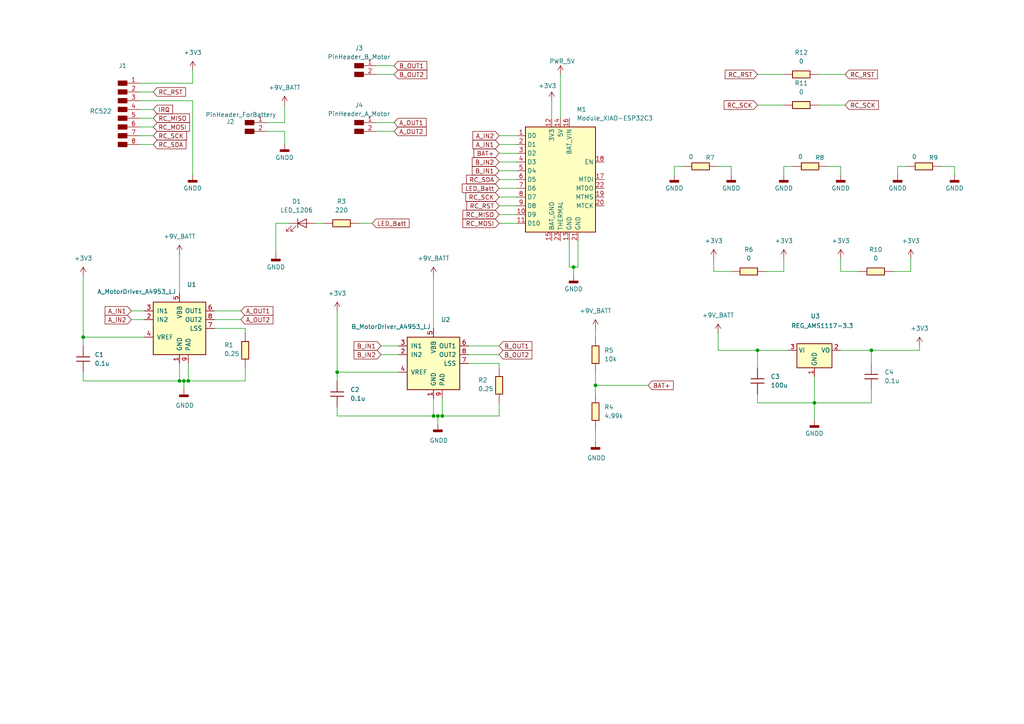
<source format=kicad_sch>
(kicad_sch (version 20250114) (generator "eeschema") (generator_version "9.0")
  (paper "A4")
  (lib_symbols
    (symbol "Driver_Motor:A4953_LJ" (pin_names (offset 1.016))
      (property "Reference" "U" (at -7.62 8.89 0))
      (property "Value" "A4953_LJ" (at 5.08 8.89 0))
      (symbol "A4953_LJ_0_1"
        (rectangle (start -7.62 7.62) (end 7.62 -7.62) (stroke (width 0.254)) (fill (type background)))
      )
      (symbol "A4953_LJ_1_1"
        (pin input line (at -10.16 5.08 0) (length 2.54) (name "IN1") (number "3"))
        (pin input line (at -10.16 2.54 0) (length 2.54) (name "IN2") (number "2"))
        (pin passive line (at -10.16 -2.54 0) (length 2.54) (name "VREF") (number "4"))
        (pin power_in line (at 0 10.16 270) (length 2.54) (name "VBB") (number "5"))
        (pin power_in line (at 0 -10.16 90) (length 2.54) (name "GND") (number "1"))
        (pin power_in line (at 2.54 -10.16 90) (length 2.54) (name "PAD") (number "9"))
        (pin power_out line (at 10.16 5.08 180) (length 2.54) (name "OUT1") (number "6"))
        (pin power_out line (at 10.16 2.54 180) (length 2.54) (name "OUT2") (number "8"))
        (pin power_in line (at 10.16 0 180) (length 2.54) (name "LSS") (number "7"))
      )
    )
    (symbol "PCM_fab:Module_XIAO-ESP32C3"
      (property "Reference" "M" (at -10.16 16.51 0))
      (property "Value" "Module_XIAO-ESP32C3" (at 3.81 16.51 0))
      (symbol "Module_XIAO-ESP32C3_1_1"
        (rectangle (start -10.16 15.24) (end 10.16 -15.24) (stroke (width 0.254)) (fill (type background)))
        (pin bidirectional line (at -12.7 12.7 0) (length 2.54) (name "D0") (number "1"))
        (pin bidirectional line (at -12.7 10.16 0) (length 2.54) (name "D1") (number "2"))
        (pin bidirectional line (at -12.7 7.62 0) (length 2.54) (name "D2") (number "3"))
        (pin bidirectional line (at -12.7 5.08 0) (length 2.54) (name "D3") (number "4"))
        (pin bidirectional line (at -12.7 2.54 0) (length 2.54) (name "D4") (number "5"))
        (pin bidirectional line (at -12.7 0 0) (length 2.54) (name "D5") (number "6"))
        (pin bidirectional line (at -12.7 -2.54 0) (length 2.54) (name "D6") (number "7"))
        (pin bidirectional line (at -12.7 -5.08 0) (length 2.54) (name "D7") (number "8"))
        (pin bidirectional line (at -12.7 -7.62 0) (length 2.54) (name "D8") (number "9"))
        (pin bidirectional line (at -12.7 -10.16 0) (length 2.54) (name "D9") (number "10"))
        (pin bidirectional line (at -12.7 -12.7 0) (length 2.54) (name "D10") (number "11"))
        (pin power_in line (at -2.54 17.78 270) (length 2.54) (name "3V3") (number "12"))
        (pin power_in line (at -2.54 -17.78 90) (length 2.54) (name "BAT_GND") (number "15"))
        (pin power_in line (at 0 17.78 270) (length 2.54) (name "5V") (number "14"))
        (pin power_in line (at 0 -17.78 90) (length 2.54) (name "THERMAL") (number "23"))
        (pin power_in line (at 2.54 17.78 270) (length 2.54) (name "BAT_VIN") (number "16"))
        (pin power_in line (at 2.54 -17.78 90) (length 2.54) (name "GND") (number "13"))
        (pin power_in line (at 5.08 -17.78 90) (length 2.54) (name "GND") (number "21"))
        (pin input line (at 12.7 5.08 180) (length 2.54) (name "EN") (number "18"))
        (pin input line (at 12.7 0 180) (length 2.54) (name "MTDI") (number "17"))
        (pin output line (at 12.7 -2.54 180) (length 2.54) (name "MTDO") (number "22"))
        (pin input line (at 12.7 -5.08 180) (length 2.54) (name "MTMS") (number "19"))
        (pin input line (at 12.7 -7.62 180) (length 2.54) (name "MTCK") (number "20"))
      )
    )
    (symbol "Regulator_Linear:AMS1117-3.3"
      (property "Reference" "U" (at -3.81 3.175 0))
      (property "Value" "AMS1117-3.3" (at 0 3.175 0))
      (symbol "AMS1117-3.3_0_1"
        (rectangle (start -5.08 -5.08) (end 5.08 1.905) (stroke (width 0.254)) (fill (type background)))
      )
      (symbol "AMS1117-3.3_1_1"
        (pin power_in line (at -7.62 0 0) (length 2.54) (name "VI") (number "3"))
        (pin power_in line (at 0 -7.62 90) (length 2.54) (name "GND") (number "1"))
        (pin power_out line (at 7.62 0 180) (length 2.54) (name "VO") (number "2"))
      )
    )
    (symbol "fab-kicad:C_1206" (pin_numbers (hide yes))
      (property "Reference" "C" (at 0.635 2.54 0))
      (property "Value" "C_1206" (at 0.635 -2.54 0))
      (symbol "C_1206_1_1"
        (polyline (pts (xy -1.905 0.635) (xy 1.905 0.635)) (stroke (width 0.25)))
        (polyline (pts (xy -1.905 -0.635) (xy 1.905 -0.635)) (stroke (width 0.25)))
        (pin passive line (at 0 3.81 270) (length 3.175) (name "~") (number "1"))
        (pin passive line (at 0 -3.81 90) (length 3.175) (name "~") (number "2"))
      )
    )
    (symbol "fab-kicad:LED_1206" (pin_numbers (hide yes)) (pin_names (offset 1.016) (hide yes))
      (property "Reference" "D" (at 0 2.54 0))
      (property "Value" "LED_1206" (at 0 -2.54 0))
      (symbol "LED_1206_0_1"
        (polyline (pts (xy -3.048 -0.762) (xy -4.572 -2.286) (xy -3.81 -2.286) (xy -4.572 -2.286) (xy -4.572 -1.524)))
        (polyline (pts (xy -1.778 -0.762) (xy -3.302 -2.286) (xy -2.54 -2.286) (xy -3.302 -2.286) (xy -3.302 -1.524)))
        (polyline (pts (xy -1.27 0) (xy 1.27 0)))
        (polyline (pts (xy -1.27 -1.27) (xy -1.27 1.27)) (stroke (width 0.2032)))
        (polyline (pts (xy 1.27 -1.27) (xy 1.27 1.27) (xy -1.27 0) (xy 1.27 -1.27)) (stroke (width 0.2032)))
      )
      (symbol "LED_1206_1_1"
        (pin passive line (at -3.81 0 0) (length 2.54) (name "K") (number "1"))
        (pin passive line (at 3.81 0 180) (length 2.54) (name "A") (number "2"))
      )
    )
    (symbol "fab-kicad:PWR_5V" (power) (pin_names (offset 0))
      (property "Value" "PWR_5V" (at 0 3.556 0))
      (symbol "PWR_5V_0_1"
        (polyline (pts (xy -0.762 1.27) (xy 0 2.54)))
        (polyline (pts (xy 0 2.54) (xy 0.762 1.27)))
        (polyline (pts (xy 0 0) (xy 0 2.54)))
      )
      (symbol "PWR_5V_1_1"
        (pin power_in line (at 0 0 90) (length 0) (hide yes) (name "PWR_5V") (number "1"))
      )
    )
    (symbol "fab-kicad:PinHeader_01x02_P2.54mm_Vertical_THT_D1.4mm" (pin_names (hide yes))
      (property "Reference" "J" (at 0 2.54 0))
      (property "Value" "PinHeader_01x02_P2.54mm_Vertical_THT_D1.4mm" (at 0 -5.08 0))
      (symbol "PinHeader_01x02_P2.54mm_Vertical_THT_D1.4mm_1_1"
        (rectangle (start -1.27 0.635) (end 1.27 -0.635) (stroke (width 0.254)) (fill (type outline)))
        (rectangle (start -1.27 -1.905) (end 1.27 -3.175) (stroke (width 0.254)) (fill (type outline)))
        (pin passive line (at 5.08 0 180) (length 3.81) (name "Pin_1") (number "1"))
        (pin passive line (at 5.08 -2.54 180) (length 3.81) (name "Pin_2") (number "2"))
      )
    )
    (symbol "fab-kicad:PinHeader_01x02_P2.54mm_Vertical_THT_D1mm" (pin_names (hide yes))
      (property "Reference" "J" (at 0 2.54 0))
      (property "Value" "PinHeader_01x02_P2.54mm_Vertical_THT_D1mm" (at 0 -5.08 0))
      (symbol "PinHeader_01x02_P2.54mm_Vertical_THT_D1mm_1_1"
        (rectangle (start -1.27 0.635) (end 1.27 -0.635) (stroke (width 0.254)) (fill (type outline)))
        (rectangle (start -1.27 -1.905) (end 1.27 -3.175) (stroke (width 0.254)) (fill (type outline)))
        (pin passive line (at 5.08 0 180) (length 3.81) (name "Pin_1") (number "1"))
        (pin passive line (at 5.08 -2.54 180) (length 3.81) (name "Pin_2") (number "2"))
      )
    )
    (symbol "fab-kicad:PinHeader_01x08_P2.54mm_Vertical_THT_D1.4mm" (pin_names (hide yes))
      (property "Reference" "J" (at 0 10.16 0))
      (property "Value" "PinHeader_01x08_P2.54mm_Vertical_THT_D1.4mm" (at 0 -12.7 0))
      (symbol "PinHeader_01x08_P2.54mm_Vertical_THT_D1.4mm_1_1"
        (rectangle (start -1.27 8.255) (end 1.27 6.985) (stroke (width 0.254)) (fill (type outline)))
        (rectangle (start -1.27 5.715) (end 1.27 4.445) (stroke (width 0.254)) (fill (type outline)))
        (rectangle (start -1.27 3.175) (end 1.27 1.905) (stroke (width 0.254)) (fill (type outline)))
        (rectangle (start -1.27 0.635) (end 1.27 -0.635) (stroke (width 0.254)) (fill (type outline)))
        (rectangle (start -1.27 -1.905) (end 1.27 -3.175) (stroke (width 0.254)) (fill (type outline)))
        (rectangle (start -1.27 -4.445) (end 1.27 -5.715) (stroke (width 0.254)) (fill (type outline)))
        (rectangle (start -1.27 -6.985) (end 1.27 -8.255) (stroke (width 0.254)) (fill (type outline)))
        (rectangle (start -1.27 -9.525) (end 1.27 -10.795) (stroke (width 0.254)) (fill (type outline)))
        (pin passive line (at 5.08 7.62 180) (length 3.81) (name "Pin_1") (number "1"))
        (pin passive line (at 5.08 5.08 180) (length 3.81) (name "Pin_2") (number "2"))
        (pin passive line (at 5.08 2.54 180) (length 3.81) (name "Pin_3") (number "3"))
        (pin passive line (at 5.08 0 180) (length 3.81) (name "Pin_4") (number "4"))
        (pin passive line (at 5.08 -2.54 180) (length 3.81) (name "Pin_5") (number "5"))
        (pin passive line (at 5.08 -5.08 180) (length 3.81) (name "Pin_6") (number "6"))
        (pin passive line (at 5.08 -7.62 180) (length 3.81) (name "Pin_7") (number "7"))
        (pin passive line (at 5.08 -10.16 180) (length 3.81) (name "Pin_8") (number "8"))
      )
    )
    (symbol "fab-kicad:R_1206" (pin_numbers (hide yes)) (pin_names (offset 0))
      (property "Reference" "R" (at 2.54 0 90))
      (property "Value" "R_1206" (at -2.54 0 90))
      (symbol "R_1206_0_1"
        (rectangle (start -1.016 -2.54) (end 1.016 2.54) (stroke (width 0.254)) (fill (type background)))
      )
      (symbol "R_1206_1_1"
        (pin passive line (at 0 5.08 270) (length 2.54) (name "~") (number "1"))
        (pin passive line (at 0 -5.08 90) (length 2.54) (name "~") (number "2"))
      )
    )
    (symbol "power:+3V3" (power) (pin_numbers (hide yes)) (pin_names (offset 0) (hide yes))
      (property "Value" "+3V3" (at 0 3.556 0))
      (symbol "+3V3_0_1"
        (polyline (pts (xy -0.762 1.27) (xy 0 2.54)))
        (polyline (pts (xy 0 2.54) (xy 0.762 1.27)))
        (polyline (pts (xy 0 0) (xy 0 2.54)))
      )
      (symbol "+3V3_1_1"
        (pin power_in line (at 0 0 90) (length 0) (name "~") (number "1"))
      )
    )
    (symbol "power:+9V" (power) (pin_numbers (hide yes)) (pin_names (offset 0) (hide yes))
      (property "Value" "+9V" (at 0 3.556 0))
      (symbol "+9V_0_1"
        (polyline (pts (xy -0.762 1.27) (xy 0 2.54)))
        (polyline (pts (xy 0 2.54) (xy 0.762 1.27)))
        (polyline (pts (xy 0 0) (xy 0 2.54)))
      )
      (symbol "+9V_1_1"
        (pin power_in line (at 0 0 90) (length 0) (name "~") (number "1"))
      )
    )
    (symbol "power:GNDD" (power) (pin_numbers (hide yes)) (pin_names (offset 0) (hide yes))
      (property "Value" "GNDD" (at 0 -3.175 0))
      (symbol "GNDD_0_1"
        (rectangle (start -1.27 -1.524) (end 1.27 -2.032) (stroke (width 0.254)) (fill (type outline)))
        (polyline (pts (xy 0 0) (xy 0 -1.524)))
      )
      (symbol "GNDD_1_1"
        (pin power_in line (at 0 0 270) (length 0) (name "~") (number "1"))
      )
    )
  )
  (junction (at 252.73 101.6))
  (junction (at 127 120.65))
  (junction (at 24.13 97.79))
  (junction (at 53.34 110.49))
  (junction (at 172.72 111.76))
  (junction (at 128.27 120.65))
  (junction (at 236.22 116.84))
  (junction (at 52.07 110.49))
  (junction (at 54.61 110.49))
  (junction (at 219.71 101.6))
  (junction (at 97.79 107.95))
  (junction (at 125.73 120.65))
  (junction (at 166.37 77.47))
  (wire (pts (xy 167.64 69.85) (xy 167.64 77.47)))
  (wire (pts (xy 55.88 24.13) (xy 55.88 20.32)))
  (wire (pts (xy 69.85 90.17) (xy 62.23 90.17)))
  (wire (pts (xy 195.58 48.26) (xy 195.58 50.8)))
  (wire (pts (xy 162.56 21.59) (xy 162.56 34.29)))
  (wire (pts (xy 237.49 30.48) (xy 245.11 30.48)))
  (wire (pts (xy 110.49 100.33) (xy 115.57 100.33)))
  (wire (pts (xy 144.78 64.77) (xy 149.86 64.77)))
  (wire (pts (xy 53.34 110.49) (xy 54.61 110.49)))
  (wire (pts (xy 252.73 116.84) (xy 252.73 113.03)))
  (wire (pts (xy 144.78 49.53) (xy 149.86 49.53)))
  (wire (pts (xy 144.78 46.99) (xy 149.86 46.99)))
  (wire (pts (xy 97.79 107.95) (xy 97.79 110.49)))
  (wire (pts (xy 52.07 73.66) (xy 52.07 85.09)))
  (wire (pts (xy 273.05 48.26) (xy 276.86 48.26)))
  (wire (pts (xy 40.64 34.29) (xy 44.45 34.29)))
  (wire (pts (xy 264.16 78.74) (xy 264.16 74.93)))
  (wire (pts (xy 52.07 110.49) (xy 53.34 110.49)))
  (wire (pts (xy 212.09 48.26) (xy 212.09 50.8)))
  (wire (pts (xy 144.78 44.45) (xy 149.86 44.45)))
  (wire (pts (xy 236.22 116.84) (xy 236.22 121.92)))
  (wire (pts (xy 172.72 107.95) (xy 172.72 111.76)))
  (wire (pts (xy 144.78 106.68) (xy 144.78 105.41)))
  (wire (pts (xy 227.33 48.26) (xy 229.87 48.26)))
  (wire (pts (xy 40.64 24.13) (xy 55.88 24.13)))
  (wire (pts (xy 53.34 110.49) (xy 53.34 113.03)))
  (wire (pts (xy 128.27 115.57) (xy 128.27 120.65)))
  (wire (pts (xy 219.71 101.6) (xy 219.71 106.68)))
  (wire (pts (xy 160.02 29.21) (xy 160.02 34.29)))
  (wire (pts (xy 125.73 120.65) (xy 127 120.65)))
  (wire (pts (xy 38.1 90.17) (xy 41.91 90.17)))
  (wire (pts (xy 207.01 78.74) (xy 207.01 74.93)))
  (wire (pts (xy 40.64 29.21) (xy 55.88 29.21)))
  (wire (pts (xy 127 120.65) (xy 127 123.19)))
  (wire (pts (xy 260.35 48.26) (xy 260.35 50.8)))
  (wire (pts (xy 97.79 120.65) (xy 125.73 120.65)))
  (wire (pts (xy 219.71 101.6) (xy 228.6 101.6)))
  (wire (pts (xy 128.27 120.65) (xy 144.78 120.65)))
  (wire (pts (xy 40.64 36.83) (xy 44.45 36.83)))
  (wire (pts (xy 172.72 111.76) (xy 172.72 114.3)))
  (wire (pts (xy 222.25 78.74) (xy 227.33 78.74)))
  (wire (pts (xy 80.01 73.66) (xy 80.01 64.77)))
  (wire (pts (xy 127 120.65) (xy 128.27 120.65)))
  (wire (pts (xy 219.71 116.84) (xy 219.71 114.3)))
  (wire (pts (xy 144.78 57.15) (xy 149.86 57.15)))
  (wire (pts (xy 208.28 96.52) (xy 208.28 101.6)))
  (wire (pts (xy 114.3 38.1) (xy 109.22 38.1)))
  (wire (pts (xy 219.71 30.48) (xy 227.33 30.48)))
  (wire (pts (xy 77.47 38.1) (xy 82.55 38.1)))
  (wire (pts (xy 24.13 97.79) (xy 24.13 100.33)))
  (wire (pts (xy 24.13 80.01) (xy 24.13 97.79)))
  (wire (pts (xy 219.71 116.84) (xy 236.22 116.84)))
  (wire (pts (xy 252.73 101.6) (xy 252.73 105.41)))
  (wire (pts (xy 172.72 111.76) (xy 187.96 111.76)))
  (wire (pts (xy 227.33 78.74) (xy 227.33 74.93)))
  (wire (pts (xy 166.37 77.47) (xy 167.64 77.47)))
  (wire (pts (xy 114.3 21.59) (xy 109.22 21.59)))
  (wire (pts (xy 97.79 107.95) (xy 115.57 107.95)))
  (wire (pts (xy 24.13 107.95) (xy 24.13 110.49)))
  (wire (pts (xy 144.78 59.69) (xy 149.86 59.69)))
  (wire (pts (xy 40.64 26.67) (xy 44.45 26.67)))
  (wire (pts (xy 172.72 95.25) (xy 172.72 97.79)))
  (wire (pts (xy 91.44 64.77) (xy 93.98 64.77)))
  (wire (pts (xy 172.72 124.46) (xy 172.72 128.27)))
  (wire (pts (xy 212.09 78.74) (xy 207.01 78.74)))
  (wire (pts (xy 165.1 77.47) (xy 166.37 77.47)))
  (wire (pts (xy 276.86 48.26) (xy 276.86 50.8)))
  (wire (pts (xy 144.78 105.41) (xy 135.89 105.41)))
  (wire (pts (xy 52.07 105.41) (xy 52.07 110.49)))
  (wire (pts (xy 24.13 97.79) (xy 41.91 97.79)))
  (wire (pts (xy 125.73 80.01) (xy 125.73 95.25)))
  (wire (pts (xy 208.28 101.6) (xy 219.71 101.6)))
  (wire (pts (xy 40.64 31.75) (xy 44.45 31.75)))
  (wire (pts (xy 144.78 39.37) (xy 149.86 39.37)))
  (wire (pts (xy 252.73 116.84) (xy 236.22 116.84)))
  (wire (pts (xy 259.08 78.74) (xy 264.16 78.74)))
  (wire (pts (xy 82.55 35.56) (xy 82.55 30.48)))
  (wire (pts (xy 243.84 48.26) (xy 243.84 50.8)))
  (wire (pts (xy 114.3 19.05) (xy 109.22 19.05)))
  (wire (pts (xy 144.78 41.91) (xy 149.86 41.91)))
  (wire (pts (xy 110.49 102.87) (xy 115.57 102.87)))
  (wire (pts (xy 82.55 38.1) (xy 82.55 41.91)))
  (wire (pts (xy 219.71 21.59) (xy 227.33 21.59)))
  (wire (pts (xy 227.33 48.26) (xy 227.33 50.8)))
  (wire (pts (xy 71.12 106.68) (xy 71.12 110.49)))
  (wire (pts (xy 144.78 100.33) (xy 135.89 100.33)))
  (wire (pts (xy 104.14 64.77) (xy 107.95 64.77)))
  (wire (pts (xy 236.22 109.22) (xy 236.22 116.84)))
  (wire (pts (xy 80.01 64.77) (xy 83.82 64.77)))
  (wire (pts (xy 40.64 41.91) (xy 44.45 41.91)))
  (wire (pts (xy 77.47 35.56) (xy 82.55 35.56)))
  (wire (pts (xy 195.58 48.26) (xy 198.12 48.26)))
  (wire (pts (xy 114.3 35.56) (xy 109.22 35.56)))
  (wire (pts (xy 260.35 48.26) (xy 262.89 48.26)))
  (wire (pts (xy 144.78 54.61) (xy 149.86 54.61)))
  (wire (pts (xy 71.12 95.25) (xy 62.23 95.25)))
  (wire (pts (xy 97.79 118.11) (xy 97.79 120.65)))
  (wire (pts (xy 208.28 48.26) (xy 212.09 48.26)))
  (wire (pts (xy 40.64 39.37) (xy 44.45 39.37)))
  (wire (pts (xy 252.73 101.6) (xy 266.7 101.6)))
  (wire (pts (xy 69.85 92.71) (xy 62.23 92.71)))
  (wire (pts (xy 144.78 102.87) (xy 135.89 102.87)))
  (wire (pts (xy 55.88 29.21) (xy 55.88 50.8)))
  (wire (pts (xy 71.12 96.52) (xy 71.12 95.25)))
  (wire (pts (xy 144.78 62.23) (xy 149.86 62.23)))
  (wire (pts (xy 243.84 101.6) (xy 252.73 101.6)))
  (wire (pts (xy 97.79 90.17) (xy 97.79 107.95)))
  (wire (pts (xy 165.1 69.85) (xy 165.1 77.47)))
  (wire (pts (xy 166.37 80.01) (xy 166.37 77.47)))
  (wire (pts (xy 240.03 48.26) (xy 243.84 48.26)))
  (wire (pts (xy 144.78 116.84) (xy 144.78 120.65)))
  (wire (pts (xy 144.78 52.07) (xy 149.86 52.07)))
  (wire (pts (xy 266.7 100.33) (xy 266.7 101.6)))
  (wire (pts (xy 237.49 21.59) (xy 245.11 21.59)))
  (wire (pts (xy 38.1 92.71) (xy 41.91 92.71)))
  (wire (pts (xy 54.61 110.49) (xy 71.12 110.49)))
  (wire (pts (xy 24.13 110.49) (xy 52.07 110.49)))
  (wire (pts (xy 248.92 78.74) (xy 243.84 78.74)))
  (wire (pts (xy 125.73 115.57) (xy 125.73 120.65)))
  (wire (pts (xy 243.84 78.74) (xy 243.84 74.93)))
  (wire (pts (xy 54.61 105.41) (xy 54.61 110.49)))
  (global_label "A_IN2" (shape input) (at 144.78 39.37 180) (property "Intersheetrefs" "${INTERSHEET_REFS}" (effects (hide yes))))
  (global_label "B_OUT1" (shape input) (at 144.78 100.33 0) (property "Intersheetrefs" "${INTERSHEET_REFS}" (effects (hide yes))))
  (global_label "RC_MISO" (shape input) (at 144.78 62.23 180) (property "Intersheetrefs" "${INTERSHEET_REFS}" (effects (hide yes))))
  (global_label "RC_SCK" (shape input) (at 144.78 57.15 180) (property "Intersheetrefs" "${INTERSHEET_REFS}" (effects (hide yes))))
  (global_label "RC_RST" (shape input) (at 44.45 26.67 0) (property "Intersheetrefs" "${INTERSHEET_REFS}" (effects (hide yes))))
  (global_label "B_IN2" (shape input) (at 110.49 102.87 180) (property "Intersheetrefs" "${INTERSHEET_REFS}" (effects (hide yes))))
  (global_label "RC_RST" (shape input) (at 144.78 59.69 180) (property "Intersheetrefs" "${INTERSHEET_REFS}" (effects (hide yes))))
  (global_label "RC_MOSI" (shape input) (at 144.78 64.77 180) (property "Intersheetrefs" "${INTERSHEET_REFS}" (effects (hide yes))))
  (global_label "RC_SDA" (shape input) (at 44.45 41.91 0) (property "Intersheetrefs" "${INTERSHEET_REFS}" (effects (hide yes))))
  (global_label "BAT+" (shape input) (at 144.78 44.45 180) (property "Intersheetrefs" "${INTERSHEET_REFS}" (effects (hide yes))))
  (global_label "RC_MISO" (shape input) (at 44.45 34.29 0) (property "Intersheetrefs" "${INTERSHEET_REFS}" (effects (hide yes))))
  (global_label "RC_SDA" (shape input) (at 144.78 52.07 180) (property "Intersheetrefs" "${INTERSHEET_REFS}" (effects (hide yes))))
  (global_label "IRQ" (shape input) (at 44.45 31.75 0) (property "Intersheetrefs" "${INTERSHEET_REFS}" (effects (hide yes))))
  (global_label "A_IN1" (shape input) (at 38.1 90.17 180) (property "Intersheetrefs" "${INTERSHEET_REFS}" (effects (hide yes))))
  (global_label "A_OUT2" (shape input) (at 69.85 92.71 0) (property "Intersheetrefs" "${INTERSHEET_REFS}" (effects (hide yes))))
  (global_label "A_OUT1" (shape input) (at 114.3 35.56 0) (property "Intersheetrefs" "${INTERSHEET_REFS}" (effects (hide yes))))
  (global_label "A_IN1" (shape input) (at 144.78 41.91 180) (property "Intersheetrefs" "${INTERSHEET_REFS}" (effects (hide yes))))
  (global_label "LED_Batt" (shape input) (at 144.78 54.61 180) (property "Intersheetrefs" "${INTERSHEET_REFS}" (effects (hide yes))))
  (global_label "B_OUT2" (shape input) (at 114.3 21.59 0) (property "Intersheetrefs" "${INTERSHEET_REFS}" (effects (hide yes))))
  (global_label "RC_SCK" (shape input) (at 245.11 30.48 0) (property "Intersheetrefs" "${INTERSHEET_REFS}" (effects (hide yes))))
  (global_label "RC_MOSI" (shape input) (at 44.45 36.83 0) (property "Intersheetrefs" "${INTERSHEET_REFS}" (effects (hide yes))))
  (global_label "A_OUT2" (shape input) (at 114.3 38.1 0) (property "Intersheetrefs" "${INTERSHEET_REFS}" (effects (hide yes))))
  (global_label "RC_SCK" (shape input) (at 44.45 39.37 0) (property "Intersheetrefs" "${INTERSHEET_REFS}" (effects (hide yes))))
  (global_label "LED_Batt" (shape input) (at 107.95 64.77 0) (property "Intersheetrefs" "${INTERSHEET_REFS}" (effects (hide yes))))
  (global_label "A_IN2" (shape input) (at 38.1 92.71 180) (property "Intersheetrefs" "${INTERSHEET_REFS}" (effects (hide yes))))
  (global_label "B_OUT1" (shape input) (at 114.3 19.05 0) (property "Intersheetrefs" "${INTERSHEET_REFS}" (effects (hide yes))))
  (global_label "RC_SCK" (shape input) (at 219.71 30.48 180) (property "Intersheetrefs" "${INTERSHEET_REFS}" (effects (hide yes))))
  (global_label "BAT+" (shape input) (at 187.96 111.76 0) (property "Intersheetrefs" "${INTERSHEET_REFS}" (effects (hide yes))))
  (global_label "B_IN1" (shape input) (at 144.78 49.53 180) (property "Intersheetrefs" "${INTERSHEET_REFS}" (effects (hide yes))))
  (global_label "B_IN1" (shape input) (at 110.49 100.33 180) (property "Intersheetrefs" "${INTERSHEET_REFS}" (effects (hide yes))))
  (global_label "A_OUT1" (shape input) (at 69.85 90.17 0) (property "Intersheetrefs" "${INTERSHEET_REFS}" (effects (hide yes))))
  (global_label "RC_RST" (shape input) (at 219.71 21.59 180) (property "Intersheetrefs" "${INTERSHEET_REFS}" (effects (hide yes))))
  (global_label "B_IN2" (shape input) (at 144.78 46.99 180) (property "Intersheetrefs" "${INTERSHEET_REFS}" (effects (hide yes))))
  (global_label "B_OUT2" (shape input) (at 144.78 102.87 0) (property "Intersheetrefs" "${INTERSHEET_REFS}" (effects (hide yes))))
  (global_label "RC_RST" (shape input) (at 245.11 21.59 0) (property "Intersheetrefs" "${INTERSHEET_REFS}" (effects (hide yes))))
  (symbol (lib_id "fab-kicad:PWR_5V") (at 162.56 21.59 0) (unit 1)
    (property "Reference" "#PWR015" (effects (hide yes)))
    (property "Value" "PWR_5V" (at 163.068 17.78 0))
    (property "Description" "Power symbol creates a global label with name \"+5V\"" (effects (hide yes)))
  )
  (symbol (lib_id "Driver_Motor:A4953_LJ") (at 52.07 95.25 0) (unit 1)
    (property "Reference" "U1" (at 54.2133 82.55 0) (effects (justify left)))
    (property "Value" "A_MotorDriver_A4953_LJ" (at 28.194 84.582 0) (effects (justify left)))
    (property "Footprint" "Package_SO:SOIC-8-1EP_3.9x4.9mm_P1.27mm_EP2.41x3.3mm" (effects (hide yes)))
    (property "Datasheet" "www.allegromicro.com/~/media/Files/Datasheets/A4952-3-Datasheet.ashx?la=en" (effects (hide yes)))
    (property "Description" "Full-Bridge, DMOS PWM, Motor Driver, 40V, 2A, SOIC-8" (effects (hide yes)))
  )
  (symbol (lib_id "fab-kicad:PinHeader_01x02_P2.54mm_Vertical_THT_D1mm") (at 104.14 19.05 0) (unit 1)
    (property "Reference" "J3" (at 104.14 13.97 0))
    (property "Value" "PinHeader_B_Motor" (at 104.14 16.51 0))
    (property "Footprint" "PCM_fab:PinHeader_01x02_P2.54mm_Vertical_THT_D1mm" (effects (hide yes)))
    (property "Description" "Male connector, single row" (effects (hide yes)))
  )
  (symbol (lib_id "fab-kicad:R_1206") (at 234.95 48.26 270) (unit 1)
    (property "Reference" "R8" (at 237.744 45.72 90))
    (property "Value" "0" (at 232.156 45.466 90))
    (property "Footprint" "PCM_fab:R_1206" (effects (hide yes)))
    (property "Description" "Resistor" (effects (hide yes)))
  )
  (symbol (lib_id "fab-kicad:R_1206") (at 144.78 111.76 180) (unit 1)
    (property "Reference" "R2" (at 138.684 110.236 0) (effects (justify right)))
    (property "Value" "0.25" (at 138.684 112.776 0) (effects (justify right)))
    (property "Footprint" "Resistor_SMD:R_2010_5025Metric" (effects (hide yes)))
    (property "Description" "Resistor" (effects (hide yes)))
  )
  (symbol (lib_id "power:+3V3") (at 266.7 100.33 0) (unit 1)
    (property "Reference" "#PWR029" (effects (hide yes)))
    (property "Value" "+3V3" (at 266.7 95.25 0))
    (property "Description" "Power symbol creates a global label with name \"+3V3\"" (effects (hide yes)))
  )
  (symbol (lib_id "power:+9V") (at 172.72 95.25 0) (unit 1)
    (property "Reference" "#PWR012" (effects (hide yes)))
    (property "Value" "+9V_BATT" (at 172.72 90.17 0))
    (property "Description" "Power symbol creates a global label with name \"+9V\"" (effects (hide yes)))
  )
  (symbol (lib_id "fab-kicad:R_1206") (at 217.17 78.74 270) (unit 1)
    (property "Reference" "R6" (at 217.17 72.39 90))
    (property "Value" "0" (at 217.17 74.93 90))
    (property "Footprint" "PCM_fab:R_1206" (effects (hide yes)))
    (property "Description" "Resistor" (effects (hide yes)))
  )
  (symbol (lib_id "power:GNDD") (at 82.55 41.91 0) (unit 1)
    (property "Reference" "#PWR011" (effects (hide yes)))
    (property "Value" "GNDD" (at 82.55 45.72 0))
    (property "Description" "Power symbol creates a global label with name \"GNDD\" , digital ground" (effects (hide yes)))
  )
  (symbol (lib_id "fab-kicad:C_1206") (at 252.73 109.22 0) (unit 1)
    (property "Reference" "C4" (at 256.54 107.9499 0) (effects (justify left)))
    (property "Value" "0.1u" (at 256.54 110.4899 0) (effects (justify left)))
    (property "Footprint" "PCM_fab:C_1206" (effects (hide yes)))
    (property "Datasheet" "https://www.yageo.com/upload/media/product/productsearch/datasheet/mlcc/UPY-GP_NP0_16V-to-50V_18.pdf" (effects (hide yes)))
    (property "Description" "Unpolarized capacitor, SMD, 1206" (effects (hide yes)))
  )
  (symbol (lib_id "power:GNDD") (at 127 123.19 0) (unit 1)
    (property "Reference" "#PWR06" (effects (hide yes)))
    (property "Value" "GNDD" (at 127.254 127.762 0))
    (property "Description" "Power symbol creates a global label with name \"GNDD\" , digital ground" (effects (hide yes)))
  )
  (symbol (lib_id "power:GNDD") (at 276.86 50.8 0) (unit 1)
    (property "Reference" "#PWR027" (effects (hide yes)))
    (property "Value" "GNDD" (at 276.86 54.61 0))
    (property "Description" "Power symbol creates a global label with name \"GNDD\" , digital ground" (effects (hide yes)))
  )
  (symbol (lib_id "fab-kicad:PinHeader_01x02_P2.54mm_Vertical_THT_D1mm") (at 104.14 35.56 0) (unit 1)
    (property "Reference" "J4" (at 104.14 30.48 0))
    (property "Value" "PinHeader_A_Motor" (at 104.14 33.02 0))
    (property "Footprint" "PCM_fab:PinHeader_01x02_P2.54mm_Vertical_THT_D1mm" (effects (hide yes)))
    (property "Description" "Male connector, single row" (effects (hide yes)))
  )
  (symbol (lib_id "power:GNDD") (at 80.01 73.66 0) (unit 1)
    (property "Reference" "#PWR09" (effects (hide yes)))
    (property "Value" "GNDD" (at 80.01 77.47 0))
    (property "Description" "Power symbol creates a global label with name \"GNDD\" , digital ground" (effects (hide yes)))
  )
  (symbol (lib_id "fab-kicad:PinHeader_01x02_P2.54mm_Vertical_THT_D1.4mm") (at 72.39 35.56 0) (unit 1)
    (property "Reference" "J2" (at 66.802 35.306 0))
    (property "Value" "PinHeader_ForBattery" (at 69.85 33.274 0))
    (property "Footprint" "PCM_fab:PinHeader_01x02_P2.54mm_Vertical_THT_D1.4mm" (effects (hide yes)))
    (property "Description" "Male connector, single row" (effects (hide yes)))
  )
  (symbol (lib_id "power:GNDD") (at 212.09 50.8 0) (unit 1)
    (property "Reference" "#PWR021" (effects (hide yes)))
    (property "Value" "GNDD" (at 212.09 54.61 0))
    (property "Description" "Power symbol creates a global label with name \"GNDD\" , digital ground" (effects (hide yes)))
  )
  (symbol (lib_id "fab-kicad:R_1206") (at 172.72 119.38 180) (unit 1)
    (property "Reference" "R4" (at 175.26 118.1099 0) (effects (justify right)))
    (property "Value" "4.99k" (at 175.26 120.6499 0) (effects (justify right)))
    (property "Footprint" "PCM_fab:R_1206" (effects (hide yes)))
    (property "Description" "Resistor" (effects (hide yes)))
  )
  (symbol (lib_id "fab-kicad:R_1206") (at 267.97 48.26 270) (unit 1)
    (property "Reference" "R9" (at 270.764 45.72 90))
    (property "Value" "0" (at 265.176 45.466 90))
    (property "Footprint" "PCM_fab:R_1206" (effects (hide yes)))
    (property "Description" "Resistor" (effects (hide yes)))
  )
  (symbol (lib_id "power:GNDD") (at 55.88 50.8 0) (unit 1)
    (property "Reference" "#PWR08" (effects (hide yes)))
    (property "Value" "GNDD" (at 55.88 54.61 0))
    (property "Description" "Power symbol creates a global label with name \"GNDD\" , digital ground" (effects (hide yes)))
  )
  (symbol (lib_id "Regulator_Linear:AMS1117-3.3") (at 236.22 101.6 0) (unit 1)
    (property "Reference" "U3" (at 236.474 91.694 0))
    (property "Value" "REG_AMS1117-3.3" (at 238.506 94.488 0))
    (property "Footprint" "Package_TO_SOT_SMD:SOT-223-3_TabPin2" (effects (hide yes)))
    (property "Datasheet" "http://www.advanced-monolithic.com/pdf/ds1117.pdf" (effects (hide yes)))
    (property "Description" "1A Low Dropout regulator, positive, 3.3V fixed output, SOT-223" (effects (hide yes)))
  )
  (symbol (lib_id "power:+3V3") (at 97.79 90.17 0) (unit 1)
    (property "Reference" "#PWR02" (effects (hide yes)))
    (property "Value" "+3V3" (at 97.79 85.09 0))
    (property "Description" "Power symbol creates a global label with name \"+3V3\"" (effects (hide yes)))
  )
  (symbol (lib_id "fab-kicad:R_1206") (at 232.41 21.59 270) (unit 1)
    (property "Reference" "R12" (at 232.41 15.24 90))
    (property "Value" "0" (at 232.41 17.78 90))
    (property "Footprint" "PCM_fab:R_1206" (effects (hide yes)))
    (property "Description" "Resistor" (effects (hide yes)))
  )
  (symbol (lib_id "fab-kicad:PinHeader_01x08_P2.54mm_Vertical_THT_D1.4mm") (at 35.56 31.75 0) (unit 1)
    (property "Reference" "J1" (at 35.56 19.05 0))
    (property "Value" "RC522" (at 29.21 32.258 0))
    (property "Footprint" "Mariam_RFID_RC522:MODULE_CEG006900" (effects (hide yes)))
    (property "Description" "Connector Header Through Hole 8 positions 0.100\" (2.54mm)" (effects (hide yes)))
  )
  (symbol (lib_id "power:+3V3") (at 160.02 29.21 0) (unit 1)
    (property "Reference" "#PWR014" (effects (hide yes)))
    (property "Value" "+3V3" (at 158.75 24.892 0))
    (property "Description" "Power symbol creates a global label with name \"+3V3\"" (effects (hide yes)))
  )
  (symbol (lib_id "fab-kicad:R_1206") (at 203.2 48.26 270) (unit 1)
    (property "Reference" "R7" (at 205.994 45.72 90))
    (property "Value" "0" (at 200.406 45.466 90))
    (property "Footprint" "PCM_fab:R_1206" (effects (hide yes)))
    (property "Description" "Resistor" (effects (hide yes)))
  )
  (symbol (lib_id "power:+3V3") (at 24.13 80.01 0) (unit 1)
    (property "Reference" "#PWR01" (effects (hide yes)))
    (property "Value" "+3V3" (at 24.13 74.93 0))
    (property "Description" "Power symbol creates a global label with name \"+3V3\"" (effects (hide yes)))
  )
  (symbol (lib_id "fab-kicad:C_1206") (at 97.79 114.3 0) (unit 1)
    (property "Reference" "C2" (at 101.6 113.03 0) (effects (justify left)))
    (property "Value" "0.1u" (at 101.6 115.57 0) (effects (justify left)))
    (property "Footprint" "PCM_fab:C_1206" (effects (hide yes)))
    (property "Datasheet" "https://www.yageo.com/upload/media/product/productsearch/datasheet/mlcc/UPY-GP_NP0_16V-to-50V_18.pdf" (effects (hide yes)))
    (property "Description" "Unpolarized capacitor, SMD, 1206" (effects (hide yes)))
  )
  (symbol (lib_id "power:+9V") (at 208.28 96.52 0) (unit 1)
    (property "Reference" "#PWR018" (effects (hide yes)))
    (property "Value" "+9V_BATT" (at 208.28 91.44 0))
    (property "Description" "Power symbol creates a global label with name \"+9V\"" (effects (hide yes)))
  )
  (symbol (lib_id "fab-kicad:R_1206") (at 232.41 30.48 270) (unit 1)
    (property "Reference" "R11" (at 232.41 24.13 90))
    (property "Value" "0" (at 232.41 26.67 90))
    (property "Footprint" "PCM_fab:R_1206" (effects (hide yes)))
    (property "Description" "Resistor" (effects (hide yes)))
  )
  (symbol (lib_id "power:+3V3") (at 227.33 74.93 0) (unit 1)
    (property "Reference" "#PWR022" (effects (hide yes)))
    (property "Value" "+3V3" (at 227.33 69.85 0))
    (property "Description" "Power symbol creates a global label with name \"+3V3\"" (effects (hide yes)))
  )
  (symbol (lib_id "power:+9V") (at 125.73 80.01 0) (unit 1)
    (property "Reference" "#PWR04" (effects (hide yes)))
    (property "Value" "+9V_BATT" (at 125.73 74.93 0))
    (property "Description" "Power symbol creates a global label with name \"+9V\"" (effects (hide yes)))
  )
  (symbol (lib_id "power:GNDD") (at 195.58 50.8 0) (unit 1)
    (property "Reference" "#PWR019" (effects (hide yes)))
    (property "Value" "GNDD" (at 195.58 54.61 0))
    (property "Description" "Power symbol creates a global label with name \"GNDD\" , digital ground" (effects (hide yes)))
  )
  (symbol (lib_id "fab-kicad:LED_1206") (at 87.63 64.77 0) (unit 1)
    (property "Reference" "D1" (at 86.0298 58.42 0))
    (property "Value" "LED_1206" (at 86.0298 60.96 0))
    (property "Footprint" "PCM_fab:LED_1206" (effects (hide yes)))
    (property "Datasheet" "https://optoelectronics.liteon.com/upload/download/DS-22-98-0002/LTST-C150CKT.pdf" (effects (hide yes)))
    (property "Description" "Light emitting diode, Lite-On Inc. LTST, SMD" (effects (hide yes)))
  )
  (symbol (lib_id "power:+3V3") (at 55.88 20.32 0) (unit 1)
    (property "Reference" "#PWR07" (effects (hide yes)))
    (property "Value" "+3V3" (at 55.88 15.24 0))
    (property "Description" "Power symbol creates a global label with name \"+3V3\"" (effects (hide yes)))
  )
  (symbol (lib_id "power:GNDD") (at 166.37 80.01 0) (unit 1)
    (property "Reference" "#PWR016" (effects (hide yes)))
    (property "Value" "GNDD" (at 166.37 83.82 0))
    (property "Description" "Power symbol creates a global label with name \"GNDD\" , digital ground" (effects (hide yes)))
  )
  (symbol (lib_id "power:GNDD") (at 172.72 128.27 0) (unit 1)
    (property "Reference" "#PWR013" (effects (hide yes)))
    (property "Value" "GNDD" (at 172.974 132.842 0))
    (property "Description" "Power symbol creates a global label with name \"GNDD\" , digital ground" (effects (hide yes)))
  )
  (symbol (lib_id "power:+3V3") (at 207.01 74.93 0) (unit 1)
    (property "Reference" "#PWR017" (effects (hide yes)))
    (property "Value" "+3V3" (at 207.01 69.85 0))
    (property "Description" "Power symbol creates a global label with name \"+3V3\"" (effects (hide yes)))
  )
  (symbol (lib_id "power:GNDD") (at 227.33 50.8 0) (unit 1)
    (property "Reference" "#PWR020" (effects (hide yes)))
    (property "Value" "GNDD" (at 227.33 54.61 0))
    (property "Description" "Power symbol creates a global label with name \"GNDD\" , digital ground" (effects (hide yes)))
  )
  (symbol (lib_id "Driver_Motor:A4953_LJ") (at 125.73 105.41 0) (unit 1)
    (property "Reference" "U2" (at 127.8733 92.71 0) (effects (justify left)))
    (property "Value" "B_MotorDriver_A4953_LJ" (at 101.854 94.742 0) (effects (justify left)))
    (property "Footprint" "Package_SO:SOIC-8-1EP_3.9x4.9mm_P1.27mm_EP2.41x3.3mm" (effects (hide yes)))
    (property "Datasheet" "www.allegromicro.com/~/media/Files/Datasheets/A4952-3-Datasheet.ashx?la=en" (effects (hide yes)))
    (property "Description" "Full-Bridge, DMOS PWM, Motor Driver, 40V, 2A, SOIC-8" (effects (hide yes)))
  )
  (symbol (lib_id "power:+3V3") (at 243.84 74.93 0) (unit 1)
    (property "Reference" "#PWR026" (effects (hide yes)))
    (property "Value" "+3V3" (at 243.84 69.85 0))
    (property "Description" "Power symbol creates a global label with name \"+3V3\"" (effects (hide yes)))
  )
  (symbol (lib_id "fab-kicad:R_1206") (at 99.06 64.77 90) (unit 1)
    (property "Reference" "R3" (at 99.06 58.42 90))
    (property "Value" "220" (at 99.06 60.96 90))
    (property "Footprint" "PCM_fab:R_1206" (effects (hide yes)))
    (property "Description" "Resistor" (effects (hide yes)))
  )
  (symbol (lib_id "fab-kicad:R_1206") (at 71.12 101.6 180) (unit 1)
    (property "Reference" "R1" (at 65.024 100.076 0) (effects (justify right)))
    (property "Value" "0.25" (at 65.024 102.616 0) (effects (justify right)))
    (property "Footprint" "Resistor_SMD:R_2010_5025Metric" (effects (hide yes)))
    (property "Description" "Resistor" (effects (hide yes)))
  )
  (symbol (lib_id "power:GNDD") (at 260.35 50.8 0) (unit 1)
    (property "Reference" "#PWR025" (effects (hide yes)))
    (property "Value" "GNDD" (at 260.35 54.61 0))
    (property "Description" "Power symbol creates a global label with name \"GNDD\" , digital ground" (effects (hide yes)))
  )
  (symbol (lib_id "power:+9V") (at 82.55 30.48 0) (unit 1)
    (property "Reference" "#PWR010" (effects (hide yes)))
    (property "Value" "+9V_BATT" (at 82.55 25.4 0))
    (property "Description" "Power symbol creates a global label with name \"+9V\"" (effects (hide yes)))
  )
  (symbol (lib_id "fab-kicad:C_1206") (at 24.13 104.14 0) (unit 1)
    (property "Reference" "C1" (at 27.432 102.87 0) (effects (justify left)))
    (property "Value" "0.1u" (at 27.432 105.41 0) (effects (justify left)))
    (property "Footprint" "PCM_fab:C_1206" (effects (hide yes)))
    (property "Datasheet" "https://www.yageo.com/upload/media/product/productsearch/datasheet/mlcc/UPY-GP_NP0_16V-to-50V_18.pdf" (effects (hide yes)))
    (property "Description" "Unpolarized capacitor, SMD, 1206" (effects (hide yes)))
  )
  (symbol (lib_id "PCM_fab:Module_XIAO-ESP32C3") (at 162.56 52.07 0) (unit 1)
    (property "Reference" "M1" (at 167.2433 31.75 0) (effects (justify left)))
    (property "Value" "Module_XIAO-ESP32C3" (at 167.2433 34.29 0) (effects (justify left)))
    (property "Footprint" "PCM_fab:SeeedStudio_XIAO_ESP32C3" (effects (hide yes)))
    (property "Datasheet" "https://wiki.seeedstudio.com/XIAO_ESP32C3_Getting_Started/" (effects (hide yes)))
    (property "Description" "ESP32-C3 Transceiver; 802.11 a/b/g/n (Wi-Fi, WiFi, WLAN), Bluetooth® Smart 4.x Low Energy (BLE) 2.4GHz Evaluation Board" (effects (hide yes)))
  )
  (symbol (lib_id "fab-kicad:R_1206") (at 254 78.74 270) (unit 1)
    (property "Reference" "R10" (at 254 72.39 90))
    (property "Value" "0" (at 254 74.93 90))
    (property "Footprint" "PCM_fab:R_1206" (effects (hide yes)))
    (property "Description" "Resistor" (effects (hide yes)))
  )
  (symbol (lib_id "power:+9V") (at 52.07 73.66 0) (unit 1)
    (property "Reference" "#PWR03" (effects (hide yes)))
    (property "Value" "+9V_BATT" (at 52.07 68.58 0))
    (property "Description" "Power symbol creates a global label with name \"+9V\"" (effects (hide yes)))
  )
  (symbol (lib_id "power:GNDD") (at 236.22 121.92 0) (unit 1)
    (property "Reference" "#PWR024" (effects (hide yes)))
    (property "Value" "GNDD" (at 236.22 125.73 0))
    (property "Description" "Power symbol creates a global label with name \"GNDD\" , digital ground" (effects (hide yes)))
  )
  (symbol (lib_id "power:+3V3") (at 264.16 74.93 0) (unit 1)
    (property "Reference" "#PWR028" (effects (hide yes)))
    (property "Value" "+3V3" (at 264.16 69.85 0))
    (property "Description" "Power symbol creates a global label with name \"+3V3\"" (effects (hide yes)))
  )
  (symbol (lib_id "fab-kicad:C_1206") (at 219.71 110.49 180) (unit 1)
    (property "Reference" "C3" (at 223.52 109.2199 0) (effects (justify right)))
    (property "Value" "100u" (at 223.52 111.7599 0) (effects (justify right)))
    (property "Footprint" "PCM_fab:C_1206" (effects (hide yes)))
    (property "Datasheet" "https://www.yageo.com/upload/media/product/productsearch/datasheet/mlcc/UPY-GP_NP0_16V-to-50V_18.pdf" (effects (hide yes)))
    (property "Description" "Unpolarized capacitor, SMD, 1206" (effects (hide yes)))
  )
  (symbol (lib_id "power:GNDD") (at 53.34 113.03 0) (unit 1)
    (property "Reference" "#PWR05" (effects (hide yes)))
    (property "Value" "GNDD" (at 53.594 117.602 0))
    (property "Description" "Power symbol creates a global label with name \"GNDD\" , digital ground" (effects (hide yes)))
  )
  (symbol (lib_id "fab-kicad:R_1206") (at 172.72 102.87 180) (unit 1)
    (property "Reference" "R5" (at 175.26 101.5999 0) (effects (justify right)))
    (property "Value" "10k" (at 175.26 104.1399 0) (effects (justify right)))
    (property "Footprint" "PCM_fab:R_1206" (effects (hide yes)))
    (property "Description" "Resistor" (effects (hide yes)))
  )
  (symbol (lib_id "power:GNDD") (at 243.84 50.8 0) (unit 1)
    (property "Reference" "#PWR023" (effects (hide yes)))
    (property "Value" "GNDD" (at 243.84 54.61 0))
    (property "Description" "Power symbol creates a global label with name \"GNDD\" , digital ground" (effects (hide yes)))
  )
)
</source>
